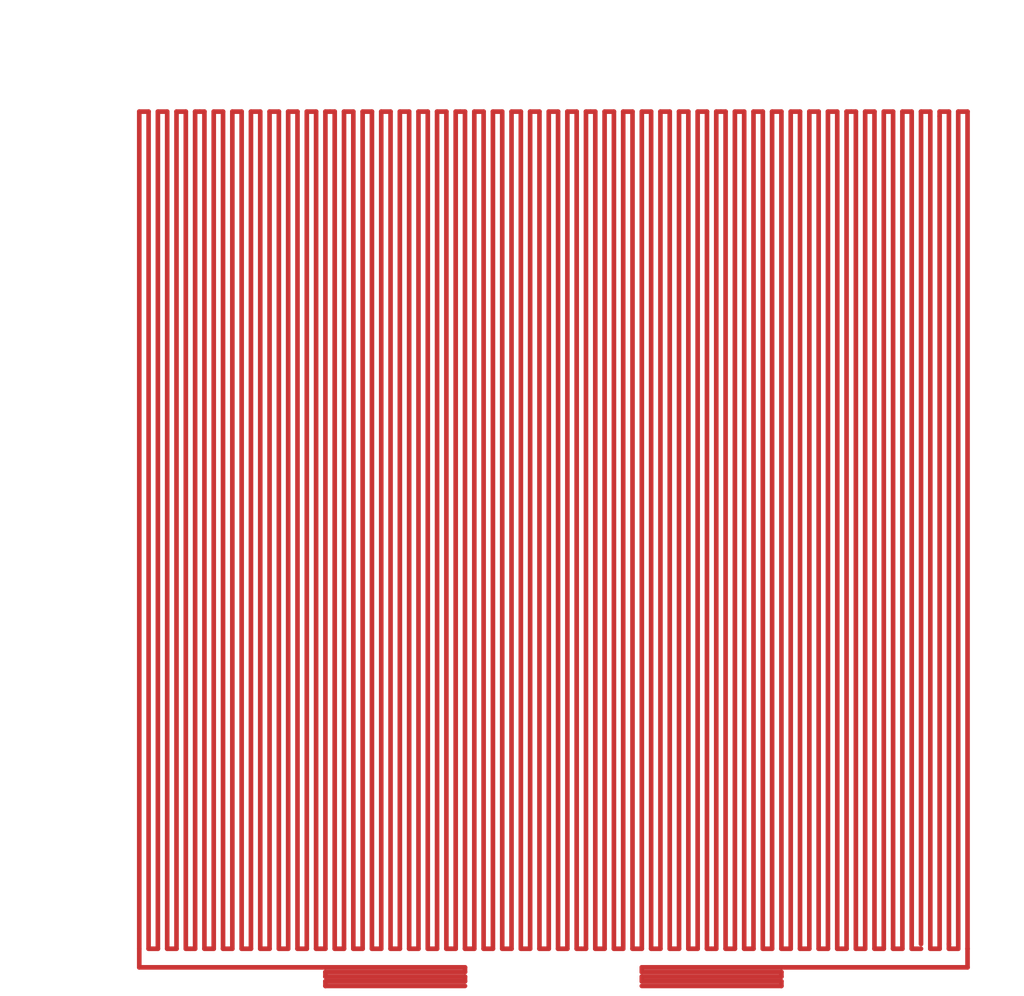
<source format=kicad_pcb>
(kicad_pcb (version 20171130) (host pcbnew 5.1.6-c6e7f7d~87~ubuntu18.04.1)

  (general
    (thickness 1.6)
    (drawings 2)
    (tracks 213)
    (zones 0)
    (modules 0)
    (nets 1)
  )

  (page A4)
  (layers
    (0 F.Cu signal)
    (31 B.Cu signal)
    (32 B.Adhes user)
    (33 F.Adhes user)
    (34 B.Paste user)
    (35 F.Paste user)
    (36 B.SilkS user)
    (37 F.SilkS user)
    (38 B.Mask user)
    (39 F.Mask user)
    (40 Dwgs.User user)
    (41 Cmts.User user)
    (42 Eco1.User user)
    (43 Eco2.User user)
    (44 Edge.Cuts user)
    (45 Margin user)
    (46 B.CrtYd user)
    (47 F.CrtYd user)
    (48 B.Fab user)
    (49 F.Fab user)
  )

  (setup
    (last_trace_width 0.5)
    (user_trace_width 0.5)
    (user_trace_width 3)
    (trace_clearance 0.2)
    (zone_clearance 0.508)
    (zone_45_only no)
    (trace_min 0.2)
    (via_size 0.8)
    (via_drill 0.4)
    (via_min_size 0.4)
    (via_min_drill 0.3)
    (uvia_size 0.3)
    (uvia_drill 0.1)
    (uvias_allowed no)
    (uvia_min_size 0.2)
    (uvia_min_drill 0.1)
    (edge_width 0.05)
    (segment_width 0.2)
    (pcb_text_width 0.3)
    (pcb_text_size 1.5 1.5)
    (mod_edge_width 0.12)
    (mod_text_size 1 1)
    (mod_text_width 0.15)
    (pad_size 1.524 1.524)
    (pad_drill 0.762)
    (pad_to_mask_clearance 0.05)
    (aux_axis_origin 0 0)
    (grid_origin 100 50)
    (visible_elements FFFFFF7F)
    (pcbplotparams
      (layerselection 0x010fc_ffffffff)
      (usegerberextensions false)
      (usegerberattributes true)
      (usegerberadvancedattributes true)
      (creategerberjobfile true)
      (excludeedgelayer true)
      (linewidth 0.100000)
      (plotframeref false)
      (viasonmask false)
      (mode 1)
      (useauxorigin false)
      (hpglpennumber 1)
      (hpglpenspeed 20)
      (hpglpendiameter 15.000000)
      (psnegative false)
      (psa4output false)
      (plotreference true)
      (plotvalue true)
      (plotinvisibletext false)
      (padsonsilk false)
      (subtractmaskfromsilk false)
      (outputformat 1)
      (mirror false)
      (drillshape 1)
      (scaleselection 1)
      (outputdirectory ""))
  )

  (net 0 "")

  (net_class Default "This is the default net class."
    (clearance 0.2)
    (trace_width 0.25)
    (via_dia 0.8)
    (via_drill 0.4)
    (uvia_dia 0.3)
    (uvia_drill 0.1)
  )

  (dimension 100 (width 0.15) (layer Dwgs.User)
    (gr_text "100,000 mm" (at 150 43.7) (layer Dwgs.User)
      (effects (font (size 1 1) (thickness 0.15)))
    )
    (feature1 (pts (xy 200 50) (xy 200 44.413579)))
    (feature2 (pts (xy 100 50) (xy 100 44.413579)))
    (crossbar (pts (xy 100 45) (xy 200 45)))
    (arrow1a (pts (xy 200 45) (xy 198.873496 45.586421)))
    (arrow1b (pts (xy 200 45) (xy 198.873496 44.413579)))
    (arrow2a (pts (xy 100 45) (xy 101.126504 45.586421)))
    (arrow2b (pts (xy 100 45) (xy 101.126504 44.413579)))
  )
  (dimension 100 (width 0.15) (layer Dwgs.User)
    (gr_text "100,000 mm" (at 93.7 100 270) (layer Dwgs.User)
      (effects (font (size 1 1) (thickness 0.15)))
    )
    (feature1 (pts (xy 100 150) (xy 94.413579 150)))
    (feature2 (pts (xy 100 50) (xy 94.413579 50)))
    (crossbar (pts (xy 95 50) (xy 95 150)))
    (arrow1a (pts (xy 95 150) (xy 94.413579 148.873496)))
    (arrow1b (pts (xy 95 150) (xy 95.586421 148.873496)))
    (arrow2a (pts (xy 95 50) (xy 94.413579 51.126504)))
    (arrow2b (pts (xy 95 50) (xy 95.586421 51.126504)))
  )

  (segment (start 189 144.5) (end 189 55) (width 0.5) (layer F.Cu) (net 0))
  (segment (start 189 55) (end 190 55) (width 0.5) (layer F.Cu) (net 0))
  (segment (start 190 55) (end 190 145) (width 0.5) (layer F.Cu) (net 0))
  (segment (start 190 145) (end 191 145) (width 0.5) (layer F.Cu) (net 0))
  (segment (start 191 145) (end 191 55.5) (width 0.5) (layer F.Cu) (net 0))
  (segment (start 191 55.5) (end 191 55) (width 0.5) (layer F.Cu) (net 0))
  (segment (start 191 55) (end 192 55) (width 0.5) (layer F.Cu) (net 0))
  (segment (start 192 55) (end 192 144.5) (width 0.5) (layer F.Cu) (net 0))
  (segment (start 192 144.5) (end 192 145) (width 0.5) (layer F.Cu) (net 0))
  (segment (start 192 145) (end 193 145) (width 0.5) (layer F.Cu) (net 0))
  (segment (start 193 145) (end 193 55) (width 0.5) (layer F.Cu) (net 0))
  (segment (start 193 55) (end 194 55) (width 0.5) (layer F.Cu) (net 0))
  (segment (start 194 55) (end 194 145) (width 0.5) (layer F.Cu) (net 0))
  (segment (start 194 145) (end 194 147) (width 0.5) (layer F.Cu) (net 0))
  (segment (start 178 55) (end 178 145) (width 0.5) (layer F.Cu) (net 0) (tstamp 5F43E93F))
  (segment (start 176 55) (end 176 145) (width 0.5) (layer F.Cu) (net 0) (tstamp 5F43E965))
  (segment (start 175 145) (end 175 55) (width 0.5) (layer F.Cu) (net 0) (tstamp 5F43E970))
  (segment (start 172 145) (end 173 145) (width 0.5) (layer F.Cu) (net 0) (tstamp 5F43E95B))
  (segment (start 174 55) (end 174 145) (width 0.5) (layer F.Cu) (net 0) (tstamp 5F43E956))
  (segment (start 171 55) (end 172 55) (width 0.5) (layer F.Cu) (net 0) (tstamp 5F43E964))
  (segment (start 142 55) (end 142 145) (width 0.5) (layer F.Cu) (net 0) (tstamp 5F43E96F))
  (segment (start 108 145) (end 109 145) (width 0.5) (layer F.Cu) (net 0))
  (segment (start 107 145) (end 107 55) (width 0.5) (layer F.Cu) (net 0))
  (segment (start 171 145) (end 171 55) (width 0.5) (layer F.Cu) (net 0) (tstamp 5F43E94F))
  (segment (start 182 55) (end 182 145) (width 0.5) (layer F.Cu) (net 0) (tstamp 5F43E967))
  (segment (start 170 145) (end 171 145) (width 0.5) (layer F.Cu) (net 0) (tstamp 5F43E959))
  (segment (start 170 55) (end 170 145) (width 0.5) (layer F.Cu) (net 0) (tstamp 5F43E96F))
  (segment (start 178 145) (end 179 145) (width 0.5) (layer F.Cu) (net 0) (tstamp 5F43E952))
  (segment (start 169 55) (end 170 55) (width 0.5) (layer F.Cu) (net 0) (tstamp 5F43E976))
  (segment (start 169 145) (end 169 55) (width 0.5) (layer F.Cu) (net 0) (tstamp 5F43E96A))
  (segment (start 168 145) (end 169 145) (width 0.5) (layer F.Cu) (net 0) (tstamp 5F43E971))
  (segment (start 166 55) (end 166 145) (width 0.5) (layer F.Cu) (net 0) (tstamp 5F43E975))
  (segment (start 165 55) (end 166 55) (width 0.5) (layer F.Cu) (net 0) (tstamp 5F43E958))
  (segment (start 163 55) (end 164 55) (width 0.5) (layer F.Cu) (net 0) (tstamp 5F43E942))
  (segment (start 159 145) (end 159 55) (width 0.5) (layer F.Cu) (net 0) (tstamp 5F43E96E))
  (segment (start 163 145) (end 163 55) (width 0.5) (layer F.Cu) (net 0) (tstamp 5F43E947))
  (segment (start 162 145) (end 163 145) (width 0.5) (layer F.Cu) (net 0) (tstamp 5F43E974))
  (segment (start 161 145) (end 161 55) (width 0.5) (layer F.Cu) (net 0) (tstamp 5F43E93B))
  (segment (start 160 145) (end 161 145) (width 0.5) (layer F.Cu) (net 0) (tstamp 5F43E94B))
  (segment (start 159 55) (end 160 55) (width 0.5) (layer F.Cu) (net 0) (tstamp 5F43E94C))
  (segment (start 156 55) (end 156 145) (width 0.5) (layer F.Cu) (net 0) (tstamp 5F43E95F))
  (segment (start 161 55) (end 162 55) (width 0.5) (layer F.Cu) (net 0) (tstamp 5F43E96C))
  (segment (start 139 55) (end 139.5 55) (width 0.5) (layer F.Cu) (net 0) (tstamp 5F43E966))
  (segment (start 154 55) (end 154 145) (width 0.5) (layer F.Cu) (net 0) (tstamp 5F43E967))
  (segment (start 167 55) (end 167.5 55) (width 0.5) (layer F.Cu) (net 0) (tstamp 5F43E966))
  (segment (start 153.5 55) (end 154 55) (width 0.5) (layer F.Cu) (net 0) (tstamp 5F43E973))
  (segment (start 115 55) (end 116 55) (width 0.5) (layer F.Cu) (net 0))
  (segment (start 153 145) (end 153 55) (width 0.5) (layer F.Cu) (net 0) (tstamp 5F43E961))
  (segment (start 152 145) (end 152.5 145) (width 0.5) (layer F.Cu) (net 0) (tstamp 5F43E95E))
  (segment (start 152 55) (end 152 145) (width 0.5) (layer F.Cu) (net 0) (tstamp 5F43E95C))
  (segment (start 172 55) (end 172 145) (width 0.5) (layer F.Cu) (net 0) (tstamp 5F43E957))
  (segment (start 150 145) (end 151 145) (width 0.5) (layer F.Cu) (net 0) (tstamp 5F43E952))
  (segment (start 186 55) (end 186 145) (width 0.5) (layer F.Cu) (net 0) (tstamp 5F43E949))
  (segment (start 149 145) (end 149 55) (width 0.5) (layer F.Cu) (net 0) (tstamp 5F43E953))
  (segment (start 148 145) (end 149 145) (width 0.5) (layer F.Cu) (net 0) (tstamp 5F43E946))
  (segment (start 186 145) (end 187 145) (width 0.5) (layer F.Cu) (net 0) (tstamp 5F43E93D))
  (segment (start 148 55) (end 148 145) (width 0.5) (layer F.Cu) (net 0) (tstamp 5F43E965))
  (segment (start 147 55) (end 148 55) (width 0.5) (layer F.Cu) (net 0) (tstamp 5F43E93E))
  (segment (start 150 55) (end 150 145) (width 0.5) (layer F.Cu) (net 0) (tstamp 5F43E93F))
  (segment (start 146 55) (end 146 145) (width 0.5) (layer F.Cu) (net 0) (tstamp 5F43E956))
  (segment (start 144 145) (end 145 145) (width 0.5) (layer F.Cu) (net 0) (tstamp 5F43E95B))
  (segment (start 151 145) (end 151 55) (width 0.5) (layer F.Cu) (net 0) (tstamp 5F43E950))
  (segment (start 143 145) (end 143 55) (width 0.5) (layer F.Cu) (net 0) (tstamp 5F43E94F))
  (segment (start 173 55) (end 174 55) (width 0.5) (layer F.Cu) (net 0) (tstamp 5F43E95A))
  (segment (start 141 55) (end 142 55) (width 0.5) (layer F.Cu) (net 0) (tstamp 5F43E976))
  (segment (start 151 55) (end 152 55) (width 0.5) (layer F.Cu) (net 0) (tstamp 5F43E962))
  (segment (start 155 145) (end 155 55) (width 0.5) (layer F.Cu) (net 0) (tstamp 5F43E963))
  (segment (start 141 145) (end 141 55) (width 0.5) (layer F.Cu) (net 0) (tstamp 5F43E96A))
  (segment (start 158 55) (end 158 145) (width 0.5) (layer F.Cu) (net 0) (tstamp 5F43E949))
  (segment (start 140 55) (end 140 145) (width 0.5) (layer F.Cu) (net 0) (tstamp 5F43E948))
  (segment (start 139 145) (end 139 55) (width 0.5) (layer F.Cu) (net 0) (tstamp 5F43E941))
  (segment (start 175 55) (end 176 55) (width 0.5) (layer F.Cu) (net 0) (tstamp 5F43E93E))
  (segment (start 138.5 145) (end 139 145) (width 0.5) (layer F.Cu) (net 0) (tstamp 5F43E968))
  (segment (start 138 145) (end 138.5 145) (width 0.5) (layer F.Cu) (net 0) (tstamp 5F43E940))
  (segment (start 138 55) (end 138 145) (width 0.5) (layer F.Cu) (net 0) (tstamp 5F43E975))
  (segment (start 126 55) (end 126 145) (width 0.5) (layer F.Cu) (net 0) (tstamp 5F43E905))
  (segment (start 137 55) (end 138 55) (width 0.5) (layer F.Cu) (net 0) (tstamp 5F43E958))
  (segment (start 116 145) (end 117 145) (width 0.5) (layer F.Cu) (net 0))
  (segment (start 181 55) (end 181.5 55) (width 0.5) (layer F.Cu) (net 0) (tstamp 5F43E94D))
  (segment (start 131 145) (end 131 55) (width 0.5) (layer F.Cu) (net 0) (tstamp 5F43E903))
  (segment (start 160 55) (end 160 145) (width 0.5) (layer F.Cu) (net 0) (tstamp 5F43E972))
  (segment (start 145 145) (end 145 55) (width 0.5) (layer F.Cu) (net 0) (tstamp 5F43E945))
  (segment (start 116 55) (end 116 145) (width 0.5) (layer F.Cu) (net 0))
  (segment (start 111 55) (end 111.5 55) (width 0.5) (layer F.Cu) (net 0))
  (segment (start 167.5 55) (end 168 55) (width 0.5) (layer F.Cu) (net 0) (tstamp 5F43E944))
  (segment (start 114 55) (end 114 145) (width 0.5) (layer F.Cu) (net 0))
  (segment (start 113 55) (end 114 55) (width 0.5) (layer F.Cu) (net 0))
  (segment (start 164 145) (end 165 145) (width 0.5) (layer F.Cu) (net 0) (tstamp 5F43E955))
  (segment (start 136 55) (end 136 145) (width 0.5) (layer F.Cu) (net 0) (tstamp 5F43E96D))
  (segment (start 165 145) (end 165 55) (width 0.5) (layer F.Cu) (net 0) (tstamp 5F43E960))
  (segment (start 124 55) (end 124 145) (width 0.5) (layer F.Cu) (net 0) (tstamp 5F43E91A))
  (segment (start 112 145) (end 113 145) (width 0.5) (layer F.Cu) (net 0))
  (segment (start 110 145) (end 110.5 145) (width 0.5) (layer F.Cu) (net 0))
  (segment (start 187 145) (end 187 55) (width 0.5) (layer F.Cu) (net 0) (tstamp 5F43E96E))
  (segment (start 174 145) (end 175 145) (width 0.5) (layer F.Cu) (net 0) (tstamp 5F43E96B))
  (segment (start 112 55) (end 112 145) (width 0.5) (layer F.Cu) (net 0))
  (segment (start 153 55) (end 153.5 55) (width 0.5) (layer F.Cu) (net 0) (tstamp 5F43E94D))
  (segment (start 176 145) (end 177 145) (width 0.5) (layer F.Cu) (net 0) (tstamp 5F43E946))
  (segment (start 128 55) (end 128 145) (width 0.5) (layer F.Cu) (net 0) (tstamp 5F43E917))
  (segment (start 126 145) (end 127 145) (width 0.5) (layer F.Cu) (net 0) (tstamp 5F43E918))
  (segment (start 110 55) (end 110 145) (width 0.5) (layer F.Cu) (net 0))
  (segment (start 109 55) (end 110 55) (width 0.5) (layer F.Cu) (net 0))
  (segment (start 147 145) (end 147 55) (width 0.5) (layer F.Cu) (net 0) (tstamp 5F43E970))
  (segment (start 152.5 145) (end 153 145) (width 0.5) (layer F.Cu) (net 0) (tstamp 5F43E93C))
  (segment (start 125 55) (end 125.5 55) (width 0.5) (layer F.Cu) (net 0) (tstamp 5F43E911))
  (segment (start 166 145) (end 166.5 145) (width 0.5) (layer F.Cu) (net 0) (tstamp 5F43E940))
  (segment (start 120 145) (end 121 145) (width 0.5) (layer F.Cu) (net 0) (tstamp 5F43E919))
  (segment (start 111.5 55) (end 112 55) (width 0.5) (layer F.Cu) (net 0))
  (segment (start 124.5 145) (end 125 145) (width 0.5) (layer F.Cu) (net 0) (tstamp 5F43E912))
  (segment (start 157 145) (end 157 55) (width 0.5) (layer F.Cu) (net 0) (tstamp 5F43E94A))
  (segment (start 149 55) (end 150 55) (width 0.5) (layer F.Cu) (net 0) (tstamp 5F43E954))
  (segment (start 107 55) (end 108 55) (width 0.5) (layer F.Cu) (net 0))
  (segment (start 129 55) (end 130 55) (width 0.5) (layer F.Cu) (net 0) (tstamp 5F43E910))
  (segment (start 144 55) (end 144 145) (width 0.5) (layer F.Cu) (net 0) (tstamp 5F43E957))
  (segment (start 106 145) (end 107 145) (width 0.5) (layer F.Cu) (net 0))
  (segment (start 131 55) (end 132 55) (width 0.5) (layer F.Cu) (net 0) (tstamp 5F43E90D))
  (segment (start 113 145) (end 113 55) (width 0.5) (layer F.Cu) (net 0))
  (segment (start 105 145) (end 105 55) (width 0.5) (layer F.Cu) (net 0))
  (segment (start 133 55) (end 134 55) (width 0.5) (layer F.Cu) (net 0) (tstamp 5F43E96C))
  (segment (start 166.5 145) (end 167 145) (width 0.5) (layer F.Cu) (net 0) (tstamp 5F43E968))
  (segment (start 155 55) (end 156 55) (width 0.5) (layer F.Cu) (net 0) (tstamp 5F43E95D))
  (segment (start 108 55) (end 108 145) (width 0.5) (layer F.Cu) (net 0))
  (segment (start 123 145) (end 123 55) (width 0.5) (layer F.Cu) (net 0) (tstamp 5F43E90F))
  (segment (start 114 145) (end 115 145) (width 0.5) (layer F.Cu) (net 0))
  (segment (start 105 55) (end 106 55) (width 0.5) (layer F.Cu) (net 0))
  (segment (start 134 55) (end 134 145) (width 0.5) (layer F.Cu) (net 0) (tstamp 5F43E951))
  (segment (start 162 55) (end 162 145) (width 0.5) (layer F.Cu) (net 0) (tstamp 5F43E951))
  (segment (start 145 55) (end 146 55) (width 0.5) (layer F.Cu) (net 0) (tstamp 5F43E95A))
  (segment (start 158 145) (end 159 145) (width 0.5) (layer F.Cu) (net 0) (tstamp 5F43E93D))
  (segment (start 115 145) (end 115 55) (width 0.5) (layer F.Cu) (net 0))
  (segment (start 183 55) (end 184 55) (width 0.5) (layer F.Cu) (net 0) (tstamp 5F43E95D))
  (segment (start 130 55) (end 130 145) (width 0.5) (layer F.Cu) (net 0) (tstamp 5F43E90A))
  (segment (start 123 55) (end 124 55) (width 0.5) (layer F.Cu) (net 0) (tstamp 5F43E90B))
  (segment (start 119 55) (end 120 55) (width 0.5) (layer F.Cu) (net 0) (tstamp 5F43E915))
  (segment (start 173 145) (end 173 55) (width 0.5) (layer F.Cu) (net 0) (tstamp 5F43E945))
  (segment (start 167 145) (end 167 55) (width 0.5) (layer F.Cu) (net 0) (tstamp 5F43E941))
  (segment (start 106 55) (end 106 145) (width 0.5) (layer F.Cu) (net 0))
  (segment (start 120 55) (end 120 145) (width 0.5) (layer F.Cu) (net 0) (tstamp 5F43E907))
  (segment (start 122 55) (end 122 145) (width 0.5) (layer F.Cu) (net 0) (tstamp 5F43E916))
  (segment (start 164 55) (end 164 145) (width 0.5) (layer F.Cu) (net 0) (tstamp 5F43E96D))
  (segment (start 133 145) (end 133 55) (width 0.5) (layer F.Cu) (net 0) (tstamp 5F43E93B))
  (segment (start 177 145) (end 177 55) (width 0.5) (layer F.Cu) (net 0) (tstamp 5F43E953))
  (segment (start 127 55) (end 128 55) (width 0.5) (layer F.Cu) (net 0) (tstamp 5F43E91B))
  (segment (start 117 145) (end 117 55) (width 0.5) (layer F.Cu) (net 0))
  (segment (start 111 145) (end 111 55) (width 0.5) (layer F.Cu) (net 0))
  (segment (start 118 55) (end 118 145) (width 0.5) (layer F.Cu) (net 0))
  (segment (start 105 145) (end 105 147) (width 0.5) (layer F.Cu) (net 0))
  (segment (start 154 145) (end 155 145) (width 0.5) (layer F.Cu) (net 0) (tstamp 5F43E969))
  (segment (start 117 55) (end 118 55) (width 0.5) (layer F.Cu) (net 0))
  (segment (start 143 55) (end 144 55) (width 0.5) (layer F.Cu) (net 0) (tstamp 5F43E964))
  (segment (start 118 145) (end 119 145) (width 0.5) (layer F.Cu) (net 0))
  (segment (start 119 145) (end 119 55) (width 0.5) (layer F.Cu) (net 0) (tstamp 5F43E8FE))
  (segment (start 109 145) (end 109 55) (width 0.5) (layer F.Cu) (net 0))
  (segment (start 127 145) (end 127 55) (width 0.5) (layer F.Cu) (net 0) (tstamp 5F43E913))
  (segment (start 184 55) (end 184 145) (width 0.5) (layer F.Cu) (net 0) (tstamp 5F43E95F))
  (segment (start 156 145) (end 157 145) (width 0.5) (layer F.Cu) (net 0) (tstamp 5F43E94E))
  (segment (start 135 145) (end 135 55) (width 0.5) (layer F.Cu) (net 0) (tstamp 5F43E947))
  (segment (start 168 55) (end 168 145) (width 0.5) (layer F.Cu) (net 0) (tstamp 5F43E948))
  (segment (start 122 145) (end 123 145) (width 0.5) (layer F.Cu) (net 0) (tstamp 5F43E908))
  (segment (start 132 55) (end 132 145) (width 0.5) (layer F.Cu) (net 0) (tstamp 5F43E909))
  (segment (start 124 145) (end 124.5 145) (width 0.5) (layer F.Cu) (net 0) (tstamp 5F43E8FF))
  (segment (start 125 145) (end 125 55) (width 0.5) (layer F.Cu) (net 0) (tstamp 5F43E900))
  (segment (start 177 55) (end 178 55) (width 0.5) (layer F.Cu) (net 0) (tstamp 5F43E954))
  (segment (start 121 145) (end 121 55) (width 0.5) (layer F.Cu) (net 0) (tstamp 5F43E904))
  (segment (start 180.5 145) (end 181 145) (width 0.5) (layer F.Cu) (net 0) (tstamp 5F43E93C))
  (segment (start 121 55) (end 122 55) (width 0.5) (layer F.Cu) (net 0) (tstamp 5F43E901))
  (segment (start 125.5 55) (end 126 55) (width 0.5) (layer F.Cu) (net 0) (tstamp 5F43E902))
  (segment (start 146 145) (end 147 145) (width 0.5) (layer F.Cu) (net 0) (tstamp 5F43E96B))
  (segment (start 128 145) (end 129 145) (width 0.5) (layer F.Cu) (net 0) (tstamp 5F43E90C))
  (segment (start 142 145) (end 143 145) (width 0.5) (layer F.Cu) (net 0) (tstamp 5F43E959))
  (segment (start 129 145) (end 129 55) (width 0.5) (layer F.Cu) (net 0) (tstamp 5F43E906))
  (segment (start 134 145) (end 135 145) (width 0.5) (layer F.Cu) (net 0) (tstamp 5F43E974))
  (segment (start 130 145) (end 131 145) (width 0.5) (layer F.Cu) (net 0) (tstamp 5F43E90E))
  (segment (start 132 145) (end 133 145) (width 0.5) (layer F.Cu) (net 0) (tstamp 5F43E914))
  (segment (start 157 55) (end 158 55) (width 0.5) (layer F.Cu) (net 0) (tstamp 5F43E943))
  (segment (start 139.5 55) (end 140 55) (width 0.5) (layer F.Cu) (net 0) (tstamp 5F43E944))
  (segment (start 135 55) (end 136 55) (width 0.5) (layer F.Cu) (net 0) (tstamp 5F43E942))
  (segment (start 180 55) (end 180 145) (width 0.5) (layer F.Cu) (net 0) (tstamp 5F43E95C))
  (segment (start 110.5 145) (end 111 145) (width 0.5) (layer F.Cu) (net 0))
  (segment (start 140 145) (end 141 145) (width 0.5) (layer F.Cu) (net 0) (tstamp 5F43E971))
  (segment (start 136 145) (end 137 145) (width 0.5) (layer F.Cu) (net 0) (tstamp 5F43E955))
  (segment (start 137 145) (end 137 55) (width 0.5) (layer F.Cu) (net 0) (tstamp 5F43E960))
  (segment (start 179 145) (end 179 55) (width 0.5) (layer F.Cu) (net 0) (tstamp 5F43E950))
  (segment (start 179 55) (end 180 55) (width 0.5) (layer F.Cu) (net 0) (tstamp 5F43E962))
  (segment (start 180 145) (end 180.5 145) (width 0.5) (layer F.Cu) (net 0) (tstamp 5F43E95E))
  (segment (start 181 145) (end 181 55) (width 0.5) (layer F.Cu) (net 0) (tstamp 5F43E961))
  (segment (start 188 55) (end 188 145) (width 0.5) (layer F.Cu) (net 0) (tstamp 5F43E972))
  (segment (start 181.5 55) (end 182 55) (width 0.5) (layer F.Cu) (net 0) (tstamp 5F43E973))
  (segment (start 182 145) (end 183 145) (width 0.5) (layer F.Cu) (net 0) (tstamp 5F43E969))
  (segment (start 183 145) (end 183 55) (width 0.5) (layer F.Cu) (net 0) (tstamp 5F43E963))
  (segment (start 184 145) (end 185 145) (width 0.5) (layer F.Cu) (net 0) (tstamp 5F43E94E))
  (segment (start 185 145) (end 185 55) (width 0.5) (layer F.Cu) (net 0) (tstamp 5F43E94A))
  (segment (start 185 55) (end 186 55) (width 0.5) (layer F.Cu) (net 0) (tstamp 5F43E943))
  (segment (start 187 55) (end 188 55) (width 0.5) (layer F.Cu) (net 0) (tstamp 5F43E94C))
  (segment (start 188 145) (end 189 145) (width 0.5) (layer F.Cu) (net 0) (tstamp 5F43E94B))
  (segment (start 105 147) (end 140 147) (width 0.5) (layer F.Cu) (net 0))
  (segment (start 140 147) (end 140 147.5) (width 0.5) (layer F.Cu) (net 0))
  (segment (start 140 147.5) (end 125 147.5) (width 0.5) (layer F.Cu) (net 0))
  (segment (start 125 147.5) (end 125 148) (width 0.5) (layer F.Cu) (net 0))
  (segment (start 125 148) (end 140 148) (width 0.5) (layer F.Cu) (net 0))
  (segment (start 140 148) (end 140 148.5) (width 0.5) (layer F.Cu) (net 0))
  (segment (start 140 148.5) (end 125 148.5) (width 0.5) (layer F.Cu) (net 0))
  (segment (start 125 148.5) (end 125 149) (width 0.5) (layer F.Cu) (net 0))
  (segment (start 125 149) (end 140 149) (width 0.5) (layer F.Cu) (net 0))
  (segment (start 194 147) (end 159 147) (width 0.5) (layer F.Cu) (net 0))
  (segment (start 159 147) (end 159 147.5) (width 0.5) (layer F.Cu) (net 0))
  (segment (start 159 147.5) (end 174 147.5) (width 0.5) (layer F.Cu) (net 0))
  (segment (start 174 147.5) (end 174 148) (width 0.5) (layer F.Cu) (net 0))
  (segment (start 174 148) (end 159 148) (width 0.5) (layer F.Cu) (net 0))
  (segment (start 159 148) (end 159 148.5) (width 0.5) (layer F.Cu) (net 0))
  (segment (start 159 148.5) (end 174 148.5) (width 0.5) (layer F.Cu) (net 0))
  (segment (start 174 148.5) (end 174 149) (width 0.5) (layer F.Cu) (net 0))
  (segment (start 174 149) (end 159 149) (width 0.5) (layer F.Cu) (net 0))

)

</source>
